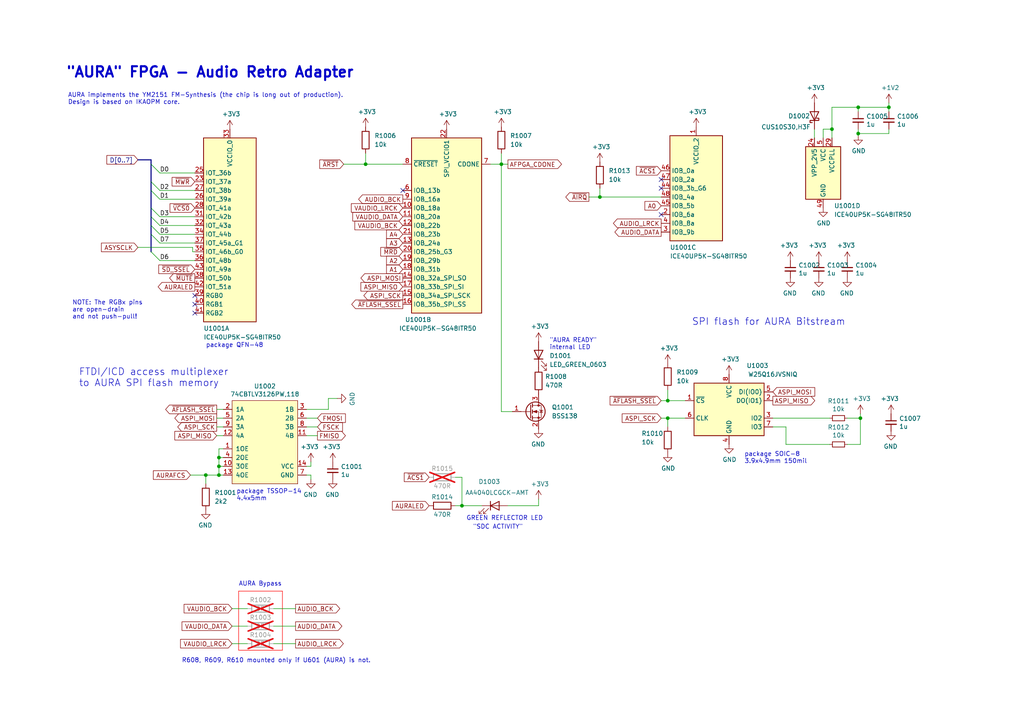
<source format=kicad_sch>
(kicad_sch (version 20230121) (generator eeschema)
  (paper "A4")
  (title_block (title "X65-SBC") (date "2024-02-12") (rev "revB1") (company "FOR X65.EU DESIGNED BY JSYKORA.INFO") (comment 1 "AURA FPGA - OPM Sound Adapter"))
  (lib_symbols
    (symbol "Device:C_Small" (pin_numbers hide) (pin_names (offset 0.254) hide)
      (property "Reference" "C" (at 0.254 1.778 0))
      (property "Value" "C_Small" (at 0.254 -2.032 0))
      (symbol "C_Small_0_1"
        (polyline (pts (xy -1.524 -0.508) (xy 1.524 -0.508)) (stroke (width 0.3302)))
        (polyline (pts (xy -1.524 0.508) (xy 1.524 0.508)) (stroke (width 0.3048)))
      )
      (symbol "C_Small_1_1"
        (pin passive line (at 0 2.54 270) (length 2.032) (name "~") (number "1"))
        (pin passive line (at 0 -2.54 90) (length 2.032) (name "~") (number "2"))
      )
    )
    (symbol "Device:D_Schottky" (pin_numbers hide) (pin_names (offset 1.016) hide)
      (property "Reference" "D" (at 0 2.54 0))
      (property "Value" "D_Schottky" (at 0 -2.54 0))
      (symbol "D_Schottky_0_1"
        (polyline (pts (xy 1.27 0) (xy -1.27 0)))
        (polyline (pts (xy 1.27 1.27) (xy 1.27 -1.27) (xy -1.27 0) (xy 1.27 1.27)) (stroke (width 0.254)))
        (polyline (pts (xy -1.905 0.635) (xy -1.905 1.27) (xy -1.27 1.27) (xy -1.27 -1.27) (xy -0.635 -1.27) (xy -0.635 -0.635)) (stroke (width 0.254)))
      )
      (symbol "D_Schottky_1_1"
        (pin passive line (at -3.81 0 0) (length 2.54) (name "K") (number "1"))
        (pin passive line (at 3.81 0 180) (length 2.54) (name "A") (number "2"))
      )
    )
    (symbol "Device:LED" (pin_numbers hide) (pin_names (offset 1.016) hide)
      (property "Reference" "D" (at 0 2.54 0))
      (property "Value" "LED" (at 0 -2.54 0))
      (symbol "LED_0_1"
        (polyline (pts (xy -1.27 -1.27) (xy -1.27 1.27)) (stroke (width 0.254)))
        (polyline (pts (xy -1.27 0) (xy 1.27 0)))
        (polyline (pts (xy 1.27 -1.27) (xy 1.27 1.27) (xy -1.27 0) (xy 1.27 -1.27)) (stroke (width 0.254)))
        (polyline (pts (xy -3.048 -0.762) (xy -4.572 -2.286) (xy -3.81 -2.286) (xy -4.572 -2.286) (xy -4.572 -1.524)))
        (polyline (pts (xy -1.778 -0.762) (xy -3.302 -2.286) (xy -2.54 -2.286) (xy -3.302 -2.286) (xy -3.302 -1.524)))
      )
      (symbol "LED_1_1"
        (pin passive line (at -3.81 0 0) (length 2.54) (name "K") (number "1"))
        (pin passive line (at 3.81 0 180) (length 2.54) (name "A") (number "2"))
      )
    )
    (symbol "Device:R" (pin_numbers hide) (pin_names (offset 0))
      (property "Reference" "R" (at 2.032 0 90))
      (property "Value" "R" (at 0 0 90))
      (symbol "R_0_1"
        (rectangle (start -1.016 -2.54) (end 1.016 2.54) (stroke (width 0.254)))
      )
      (symbol "R_1_1"
        (pin passive line (at 0 3.81 270) (length 1.27) (name "~") (number "1"))
        (pin passive line (at 0 -3.81 90) (length 1.27) (name "~") (number "2"))
      )
    )
    (symbol "Device:R_Small" (pin_numbers hide) (pin_names (offset 0.254) hide)
      (property "Reference" "R" (at 0.762 0.508 0))
      (property "Value" "R_Small" (at 0.762 -1.016 0))
      (symbol "R_Small_0_1"
        (rectangle (start -0.762 1.778) (end 0.762 -1.778) (stroke (width 0.2032)))
      )
      (symbol "R_Small_1_1"
        (pin passive line (at 0 2.54 270) (length 0.762) (name "~") (number "1"))
        (pin passive line (at 0 -2.54 90) (length 0.762) (name "~") (number "2"))
      )
    )
    (symbol "FPGA_Lattice:ICE5LP1K-SG48"
      (property "Reference" "U" (at -8.89 -29.21 0))
      (property "Value" "ICE5LP1K-SG48" (at 0 -31.75 0))
      (symbol "ICE5LP1K-SG48_1_1"
        (rectangle (start -7.62 25.4) (end 7.62 -27.94) (stroke (width 0.254)) (fill (type background)))
        (pin bidirectional line (at -10.16 12.7 0) (length 2.54) (name "IOT_37a") (number "23"))
        (pin bidirectional line (at -10.16 15.24 0) (length 2.54) (name "IOT_36b") (number "25"))
        (pin bidirectional line (at -10.16 7.62 0) (length 2.54) (name "IOT_39a") (number "26"))
        (pin bidirectional line (at -10.16 10.16 0) (length 2.54) (name "IOT_38b") (number "27"))
        (pin bidirectional line (at -10.16 5.08 0) (length 2.54) (name "IOT_41a") (number "28"))
        (pin bidirectional line (at -10.16 2.54 0) (length 2.54) (name "IOT_42b") (number "31"))
        (pin bidirectional line (at -10.16 0 0) (length 2.54) (name "IOT_43a") (number "32"))
        (pin power_in line (at 0 27.94 270) (length 2.54) (name "VCCIO_0") (number "33"))
        (pin bidirectional line (at -10.16 -2.54 0) (length 2.54) (name "IOT_44b") (number "34"))
        (pin bidirectional line (at -10.16 -7.62 0) (length 2.54) (name "IOT_46b_G0") (number "35"))
        (pin bidirectional line (at -10.16 -10.16 0) (length 2.54) (name "IOT_48b") (number "36"))
        (pin bidirectional line (at -10.16 -5.08 0) (length 2.54) (name "IOT_45a_G1") (number "37"))
        (pin bidirectional line (at -10.16 -15.24 0) (length 2.54) (name "IOT_50b") (number "38"))
        (pin open_collector line (at -10.16 -20.32 0) (length 2.54) (name "RGB0") (number "39"))
        (pin open_collector line (at -10.16 -22.86 0) (length 2.54) (name "RGB1") (number "40"))
        (pin open_collector line (at -10.16 -25.4 0) (length 2.54) (name "RGB2") (number "41"))
        (pin bidirectional line (at -10.16 -17.78 0) (length 2.54) (name "IOT_51a") (number "42"))
        (pin bidirectional line (at -10.16 -12.7 0) (length 2.54) (name "IOT_49a") (number "43"))
      )
      (symbol "ICE5LP1K-SG48_2_1"
        (rectangle (start -10.16 25.4) (end 10.16 -25.4) (stroke (width 0.254)) (fill (type background)))
        (pin bidirectional line (at -12.7 5.08 0) (length 2.54) (name "IOB_18a") (number "10"))
        (pin bidirectional line (at -12.7 2.54 0) (length 2.54) (name "IOB_20a") (number "11"))
        (pin bidirectional line (at -12.7 0 0) (length 2.54) (name "IOB_22b") (number "12"))
        (pin bidirectional line (at -12.7 -5.08 0) (length 2.54) (name "IOB_24a") (number "13"))
        (pin bidirectional line (at -12.7 -15.24 0) (length 2.54) (name "IOB_32a_SPI_SO") (number "14"))
        (pin bidirectional line (at -12.7 -20.32 0) (length 2.54) (name "IOB_34a_SPI_SCK") (number "15"))
        (pin bidirectional line (at -12.7 -22.86 0) (length 2.54) (name "IOB_35b_SPI_SS") (number "16"))
        (pin bidirectional line (at -12.7 -17.78 0) (length 2.54) (name "IOB_33b_SPI_SI") (number "17"))
        (pin bidirectional line (at -12.7 -12.7 0) (length 2.54) (name "IOB_31b") (number "18"))
        (pin bidirectional line (at -12.7 -10.16 0) (length 2.54) (name "IOB_29b") (number "19"))
        (pin bidirectional line (at -12.7 -7.62 0) (length 2.54) (name "IOB_25b_G3") (number "20"))
        (pin bidirectional line (at -12.7 -2.54 0) (length 2.54) (name "IOB_23b") (number "21"))
        (pin power_in line (at 0 27.94 270) (length 2.54) (name "SPI_VCCIO1") (number "22"))
        (pin bidirectional line (at -12.7 10.16 0) (length 2.54) (name "IOB_13b") (number "6"))
        (pin open_collector line (at 12.7 17.78 180) (length 2.54) (name "CDONE") (number "7"))
        (pin input line (at -12.7 17.78 0) (length 2.54) (name "~{CRESET}") (number "8"))
        (pin bidirectional line (at -12.7 7.62 0) (length 2.54) (name "IOB_16a") (number "9"))
      )
      (symbol "ICE5LP1K-SG48_3_1"
        (rectangle (start -7.62 15.24) (end 7.62 -15.24) (stroke (width 0.254)) (fill (type background)))
        (pin power_in line (at 0 17.78 270) (length 2.54) (name "VCCIO_2") (number "1"))
        (pin bidirectional line (at -10.16 -7.62 0) (length 2.54) (name "IOB_6a") (number "2"))
        (pin bidirectional line (at -10.16 -12.7 0) (length 2.54) (name "IOB_9b") (number "3"))
        (pin bidirectional line (at -10.16 -10.16 0) (length 2.54) (name "IOB_8a") (number "4"))
        (pin bidirectional line (at -10.16 0 0) (length 2.54) (name "IOB_3b_G6") (number "44"))
        (pin bidirectional line (at -10.16 -5.08 0) (length 2.54) (name "IOB_5b") (number "45"))
        (pin bidirectional line (at -10.16 5.08 0) (length 2.54) (name "IOB_0a") (number "46"))
        (pin bidirectional line (at -10.16 2.54 0) (length 2.54) (name "IOB_2a") (number "47"))
        (pin bidirectional line (at -10.16 -2.54 0) (length 2.54) (name "IOB_4a") (number "48"))
      )
      (symbol "ICE5LP1K-SG48_4_1"
        (rectangle (start -5.08 7.62) (end 5.08 -7.62) (stroke (width 0.254)) (fill (type background)))
        (pin power_in line (at -2.54 10.16 270) (length 2.54) (name "VPP_2V5") (number "24"))
        (pin power_out line (at 2.54 10.16 270) (length 2.54) (name "VCCPLL") (number "29"))
        (pin passive line (at 0 10.16 270) (length 2.54) hide (name "VCC") (number "30"))
        (pin power_in line (at 0 -10.16 90) (length 2.54) (name "GND") (number "49"))
        (pin power_in line (at 0 10.16 270) (length 2.54) (name "VCC") (number "5"))
      )
    )
    (symbol "Memory_Flash:W25Q32JVSS"
      (property "Reference" "U" (at -8.89 8.89 0))
      (property "Value" "W25Q32JVSS" (at 7.62 8.89 0))
      (symbol "W25Q32JVSS_0_1"
        (rectangle (start -10.16 7.62) (end 10.16 -7.62) (stroke (width 0.254)) (fill (type background)))
      )
      (symbol "W25Q32JVSS_1_1"
        (pin input line (at -12.7 2.54 0) (length 2.54) (name "~{CS}") (number "1"))
        (pin bidirectional line (at 12.7 2.54 180) (length 2.54) (name "DO(IO1)") (number "2"))
        (pin bidirectional line (at 12.7 -2.54 180) (length 2.54) (name "IO2") (number "3"))
        (pin power_in line (at 0 -10.16 90) (length 2.54) (name "GND") (number "4"))
        (pin bidirectional line (at 12.7 5.08 180) (length 2.54) (name "DI(IO0)") (number "5"))
        (pin input line (at -12.7 -2.54 0) (length 2.54) (name "CLK") (number "6"))
        (pin bidirectional line (at 12.7 -5.08 180) (length 2.54) (name "IO3") (number "7"))
        (pin power_in line (at 0 10.16 270) (length 2.54) (name "VCC") (number "8"))
      )
    )
    (symbol "Transistor_FET:BSS123" (pin_names hide)
      (property "Reference" "Q" (at 5.08 1.905 0))
      (property "Value" "BSS123" (at 5.08 0 0))
      (symbol "BSS123_0_1"
        (polyline (pts (xy 0.254 0) (xy -2.54 0)))
        (polyline (pts (xy 0.254 1.905) (xy 0.254 -1.905)) (stroke (width 0.254)))
        (polyline (pts (xy 0.762 -1.27) (xy 0.762 -2.286)) (stroke (width 0.254)))
        (polyline (pts (xy 0.762 0.508) (xy 0.762 -0.508)) (stroke (width 0.254)))
        (polyline (pts (xy 0.762 2.286) (xy 0.762 1.27)) (stroke (width 0.254)))
        (polyline (pts (xy 2.54 2.54) (xy 2.54 1.778)))
        (polyline (pts (xy 2.54 -2.54) (xy 2.54 0) (xy 0.762 0)))
        (polyline (pts (xy 0.762 -1.778) (xy 3.302 -1.778) (xy 3.302 1.778) (xy 0.762 1.778)))
        (polyline (pts (xy 1.016 0) (xy 2.032 0.381) (xy 2.032 -0.381) (xy 1.016 0)) (fill (type outline)))
        (polyline (pts (xy 2.794 0.508) (xy 2.921 0.381) (xy 3.683 0.381) (xy 3.81 0.254)))
        (polyline (pts (xy 3.302 0.381) (xy 2.921 -0.254) (xy 3.683 -0.254) (xy 3.302 0.381)))
        (circle (center 1.651 0) (radius 2.794) (stroke (width 0.254)))
        (circle (center 2.54 -1.778) (radius 0.254) (fill (type outline)))
        (circle (center 2.54 1.778) (radius 0.254) (fill (type outline)))
      )
      (symbol "BSS123_1_1"
        (pin input line (at -5.08 0 0) (length 2.54) (name "G") (number "1"))
        (pin passive line (at 2.54 -5.08 90) (length 2.54) (name "S") (number "2"))
        (pin passive line (at 2.54 5.08 270) (length 2.54) (name "D") (number "3"))
      )
    )
    (symbol "power:+1V2" (power) (pin_names (offset 0))
      (property "Value" "+1V2" (at 0 3.556 0))
      (symbol "+1V2_0_1"
        (polyline (pts (xy -0.762 1.27) (xy 0 2.54)))
        (polyline (pts (xy 0 0) (xy 0 2.54)))
        (polyline (pts (xy 0 2.54) (xy 0.762 1.27)))
      )
      (symbol "+1V2_1_1"
        (pin power_in line (at 0 0 90) (length 0) hide (name "+1V2") (number "1"))
      )
    )
    (symbol "power:+3V3" (power) (pin_names (offset 0))
      (property "Value" "+3V3" (at 0 3.556 0))
      (symbol "+3V3_0_1"
        (polyline (pts (xy -0.762 1.27) (xy 0 2.54)))
        (polyline (pts (xy 0 0) (xy 0 2.54)))
        (polyline (pts (xy 0 2.54) (xy 0.762 1.27)))
      )
      (symbol "+3V3_1_1"
        (pin power_in line (at 0 0 90) (length 0) hide (name "+3V3") (number "1"))
      )
    )
    (symbol "power:GND" (power) (pin_names (offset 0))
      (property "Value" "GND" (at 0 -3.81 0))
      (symbol "GND_0_1"
        (polyline (pts (xy 0 0) (xy 0 -1.27) (xy 1.27 -1.27) (xy 0 -2.54) (xy -1.27 -1.27) (xy 0 -1.27)))
      )
      (symbol "GND_1_1"
        (pin power_in line (at 0 0 270) (length 0) hide (name "GND") (number "1"))
      )
    )
    (symbol "vera-module:74CBTLV3126PW,118" (pin_names (offset 1.016))
      (property "Reference" "U" (at 1.27 1.27 0))
      (property "Value" "74CBTLV3126PW,118" (at 7.62 -25.4 0))
      (symbol "74CBTLV3126PW,118_0_1"
        (rectangle (start 0 0) (end 19.05 -24.13) (fill (type background)))
      )
      (symbol "74CBTLV3126PW,118_1_1"
        (pin input line (at -2.54 -13.97 0) (length 2.54) (name "1OE") (number "1"))
        (pin input line (at -2.54 -19.05 0) (length 2.54) (name "3OE") (number "10"))
        (pin bidirectional line (at 21.59 -10.16 180) (length 2.54) (name "4B") (number "11"))
        (pin bidirectional line (at -2.54 -10.16 0) (length 2.54) (name "4A") (number "12"))
        (pin input line (at -2.54 -21.59 0) (length 2.54) (name "4OE") (number "13"))
        (pin power_in line (at 21.59 -19.05 180) (length 2.54) (name "VCC") (number "14"))
        (pin bidirectional line (at -2.54 -2.54 0) (length 2.54) (name "1A") (number "2"))
        (pin bidirectional line (at 21.59 -2.54 180) (length 2.54) (name "1B") (number "3"))
        (pin input line (at -2.54 -16.51 0) (length 2.54) (name "2OE") (number "4"))
        (pin bidirectional line (at -2.54 -5.08 0) (length 2.54) (name "2A") (number "5"))
        (pin bidirectional line (at 21.59 -5.08 180) (length 2.54) (name "2B") (number "6"))
        (pin power_in line (at 21.59 -21.59 180) (length 2.54) (name "GND") (number "7"))
        (pin bidirectional line (at 21.59 -7.62 180) (length 2.54) (name "3B") (number "8"))
        (pin bidirectional line (at -2.54 -7.62 0) (length 2.54) (name "3A") (number "9"))
      )
    )
  )
  (junction (at 59.69 137.795))
  (junction (at 63.5 137.795))
  (junction (at 248.92 38.735))
  (junction (at 63.5 132.715))
  (junction (at 133.985 146.685))
  (junction (at 193.675 121.285))
  (junction (at 106.045 47.625))
  (junction (at 63.5 135.255))
  (junction (at 248.92 31.115))
  (junction (at 241.3 37.465))
  (junction (at 257.81 31.115))
  (junction (at 173.99 57.15))
  (junction (at 193.675 116.205))
  (junction (at 249.555 121.285))
  (junction (at 145.415 47.625))
  (no_connect (at 56.515 90.805))
  (no_connect (at 191.77 62.23))
  (no_connect (at 191.77 54.61))
  (no_connect (at 56.515 88.265))
  (no_connect (at 191.77 52.07))
  (no_connect (at 56.515 85.725))
  (no_connect (at 116.84 55.245))
  (bus_entry (at 43.815 65.405) (size 2.54 2.54))
  (bus_entry (at 43.815 52.705) (size 2.54 2.54))
  (bus_entry (at 43.815 67.945) (size 2.54 2.54))
  (bus_entry (at 43.815 55.245) (size 2.54 2.54))
  (bus_entry (at 43.815 73.025) (size 2.54 2.54))
  (bus_entry (at 43.815 62.865) (size 2.54 2.54))
  (bus_entry (at 43.815 60.325) (size 2.54 2.54))
  (bus_entry (at 43.815 47.625) (size 2.54 2.54))
  (bus (pts (xy 43.815 47.625) (xy 43.815 52.705)))
  (wire (pts (xy 133.985 146.685) (xy 139.7 146.685)))
  (wire (pts (xy 173.99 57.15) (xy 191.77 57.15)))
  (wire (pts (xy 245.745 128.905) (xy 249.555 128.905)))
  (wire (pts (xy 46.355 62.865) (xy 56.515 62.865)))
  (wire (pts (xy 92.075 121.285) (xy 88.9 121.285)))
  (wire (pts (xy 63.5 137.795) (xy 64.77 137.795)))
  (wire (pts (xy 106.045 44.45) (xy 106.045 47.625)))
  (wire (pts (xy 79.375 176.53) (xy 85.725 176.53)))
  (wire (pts (xy 238.76 40.005) (xy 238.76 37.465)))
  (polyline (pts (xy 69.215 171.45) (xy 81.915 171.45)) (stroke (width 0) (color 255 0 0 1)))
  (wire (pts (xy 193.675 113.03) (xy 193.675 116.205)))
  (wire (pts (xy 241.3 37.465) (xy 241.3 31.115)))
  (wire (pts (xy 249.555 128.905) (xy 249.555 121.285)))
  (wire (pts (xy 79.375 186.69) (xy 85.725 186.69)))
  (polyline (pts (xy 69.215 171.45) (xy 69.215 188.595)) (stroke (width 0) (color 255 0 0 1)))
  (wire (pts (xy 46.355 65.405) (xy 56.515 65.405)))
  (wire (pts (xy 257.81 38.735) (xy 257.81 37.465)))
  (wire (pts (xy 62.865 126.365) (xy 64.77 126.365)))
  (wire (pts (xy 90.17 137.795) (xy 90.17 139.065)))
  (wire (pts (xy 238.76 37.465) (xy 241.3 37.465)))
  (wire (pts (xy 88.9 135.255) (xy 90.17 135.255)))
  (wire (pts (xy 46.355 50.165) (xy 56.515 50.165)))
  (wire (pts (xy 46.355 57.785) (xy 56.515 57.785)))
  (wire (pts (xy 193.675 121.285) (xy 193.675 123.825)))
  (wire (pts (xy 193.675 116.205) (xy 198.755 116.205)))
  (wire (pts (xy 64.77 132.715) (xy 63.5 132.715)))
  (wire (pts (xy 191.77 121.285) (xy 193.675 121.285)))
  (wire (pts (xy 88.9 123.825) (xy 92.075 123.825)))
  (wire (pts (xy 249.555 121.285) (xy 249.555 120.015)))
  (wire (pts (xy 145.415 44.45) (xy 145.415 47.625)))
  (bus (pts (xy 43.815 65.405) (xy 43.815 67.945)))
  (wire (pts (xy 240.665 128.905) (xy 227.965 128.905)))
  (bus (pts (xy 43.815 52.705) (xy 43.815 55.245)))
  (polyline (pts (xy 81.915 171.45) (xy 81.915 188.595)) (stroke (width 0) (color 255 0 0 1)))
  (wire (pts (xy 236.22 37.465) (xy 236.22 40.005)))
  (wire (pts (xy 63.5 135.255) (xy 63.5 137.795)))
  (bus (pts (xy 43.815 60.325) (xy 43.815 62.865)))
  (wire (pts (xy 116.84 47.625) (xy 106.045 47.625)))
  (wire (pts (xy 193.675 121.285) (xy 198.755 121.285)))
  (wire (pts (xy 170.815 57.15) (xy 173.99 57.15)))
  (wire (pts (xy 88.9 137.795) (xy 90.17 137.795)))
  (bus (pts (xy 43.815 62.865) (xy 43.815 65.405)))
  (wire (pts (xy 224.155 123.825) (xy 227.965 123.825)))
  (wire (pts (xy 156.21 144.78) (xy 156.21 146.685)))
  (wire (pts (xy 145.415 47.625) (xy 147.32 47.625)))
  (wire (pts (xy 248.92 38.735) (xy 248.92 39.37)))
  (wire (pts (xy 67.31 186.69) (xy 71.755 186.69)))
  (wire (pts (xy 95.25 118.745) (xy 88.9 118.745)))
  (wire (pts (xy 95.25 115.57) (xy 95.25 118.745)))
  (bus (pts (xy 43.815 55.245) (xy 43.815 60.325)))
  (wire (pts (xy 90.17 135.255) (xy 90.17 133.985)))
  (wire (pts (xy 142.24 47.625) (xy 145.415 47.625)))
  (wire (pts (xy 62.865 118.745) (xy 64.77 118.745)))
  (wire (pts (xy 227.965 128.905) (xy 227.965 123.825)))
  (wire (pts (xy 46.355 67.945) (xy 56.515 67.945)))
  (wire (pts (xy 46.355 75.565) (xy 56.515 75.565)))
  (wire (pts (xy 62.865 121.285) (xy 64.77 121.285)))
  (wire (pts (xy 241.3 31.115) (xy 248.92 31.115)))
  (wire (pts (xy 248.92 38.735) (xy 257.81 38.735)))
  (wire (pts (xy 63.5 130.175) (xy 63.5 132.715)))
  (wire (pts (xy 147.32 146.685) (xy 156.21 146.685)))
  (wire (pts (xy 145.415 119.38) (xy 148.59 119.38)))
  (wire (pts (xy 249.555 121.285) (xy 245.745 121.285)))
  (wire (pts (xy 79.375 181.61) (xy 85.725 181.61)))
  (polyline (pts (xy 81.915 188.595) (xy 69.215 188.595)) (stroke (width 0) (color 255 0 0 1)))
  (bus (pts (xy 43.815 67.945) (xy 43.815 73.025)))
  (wire (pts (xy 63.5 132.715) (xy 63.5 135.255)))
  (wire (pts (xy 62.865 123.825) (xy 64.77 123.825)))
  (wire (pts (xy 59.69 140.335) (xy 59.69 137.795)))
  (wire (pts (xy 173.99 54.61) (xy 173.99 57.15)))
  (wire (pts (xy 46.355 55.245) (xy 56.515 55.245)))
  (bus (pts (xy 43.815 46.355) (xy 43.815 47.625)))
  (wire (pts (xy 55.245 137.795) (xy 59.69 137.795)))
  (wire (pts (xy 55.88 71.755) (xy 55.88 73.025)))
  (wire (pts (xy 145.415 47.625) (xy 145.415 119.38)))
  (wire (pts (xy 97.79 115.57) (xy 95.25 115.57)))
  (wire (pts (xy 132.08 146.685) (xy 133.985 146.685)))
  (wire (pts (xy 257.81 31.115) (xy 248.92 31.115)))
  (wire (pts (xy 191.77 116.205) (xy 193.675 116.205)))
  (wire (pts (xy 99.695 47.625) (xy 106.045 47.625)))
  (wire (pts (xy 241.3 37.465) (xy 241.3 40.005)))
  (wire (pts (xy 133.985 138.43) (xy 133.985 146.685)))
  (bus (pts (xy 40.005 46.355) (xy 43.815 46.355)))
  (wire (pts (xy 46.355 70.485) (xy 56.515 70.485)))
  (wire (pts (xy 55.88 73.025) (xy 56.515 73.025)))
  (wire (pts (xy 257.81 31.115) (xy 257.81 32.385)))
  (wire (pts (xy 88.9 126.365) (xy 92.075 126.365)))
  (wire (pts (xy 67.31 176.53) (xy 71.755 176.53)))
  (wire (pts (xy 64.77 130.175) (xy 63.5 130.175)))
  (wire (pts (xy 248.92 37.465) (xy 248.92 38.735)))
  (wire (pts (xy 132.08 138.43) (xy 133.985 138.43)))
  (wire (pts (xy 67.31 181.61) (xy 71.755 181.61)))
  (wire (pts (xy 257.81 29.845) (xy 257.81 31.115)))
  (wire (pts (xy 40.005 71.755) (xy 55.88 71.755)))
  (wire (pts (xy 59.69 137.795) (xy 63.5 137.795)))
  (wire (pts (xy 224.155 121.285) (xy 240.665 121.285)))
  (wire (pts (xy 248.92 31.115) (xy 248.92 32.385)))
  (wire (pts (xy 64.77 135.255) (xy 63.5 135.255)))
  (text "R608, R609, R610 mounted only if U601 (AURA) is not." (at 52.705 192.405 0) (effects (font (size 1.27 1.27)) (justify left bottom)))
  (text "package TSSOP-14\n4.4x5mm\n" (at 68.58 145.415 0) (effects (font (size 1.27 1.27)) (justify left bottom)))
  (text "\"AURA\" FPGA - Audio Retro Adapter" (at 19.05 22.86 0) (effects (font (size 3 3) (thickness 0.6) bold) (justify left bottom)))
  (text "GREEN REFLECTOR LED" (at 135.255 151.13 0) (effects (font (size 1.27 1.27)) (justify left bottom)))
  (text "FTDI/ICD access multiplexer \nto AURA SPI flash memory " (at 22.86 112.395 0) (effects (font (size 2 2)) (justify left bottom)))
  (text "SPI flash for AURA Bitstream" (at 200.66 94.615 0) (effects (font (size 2 2)) (justify left bottom)))
  (text "package QFN-48" (at 59.69 100.965 0) (effects (font (size 1.27 1.27)) (justify left bottom)))
  (text "\"SDC ACTIVITY\"" (at 137.16 153.67 0) (effects (font (size 1.27 1.27)) (justify left bottom)))
  (text "AURA Bypass" (at 69.215 170.18 0) (effects (font (size 1.27 1.27)) (justify left bottom)))
  (text "NOTE: The RGBx pins\nare open-drain \nand not push-pull!" (at 20.955 92.71 0) (effects (font (size 1.27 1.27)) (justify left bottom)))
  (text "package SOIC-8\n3.9x4.9mm 150mil" (at 215.9 134.62 0) (effects (font (size 1.27 1.27)) (justify left bottom)))
  (text "\"AURA READY\"\ninternal LED" (at 159.385 101.6 0) (effects (font (size 1.27 1.27)) (justify left bottom)))
  (text "AURA implements the YM2151 FM-Synthesis (the chip is long out of production).\nDesign is based on IKAOPM core." (at 19.685 30.48 0) (effects (font (size 1.27 1.27)) (justify left bottom)))
  (label "D1" (at 46.355 57.785 0))
  (label "D7" (at 46.355 70.485 0))
  (label "D3" (at 46.355 62.865 0))
  (label "D5" (at 46.355 67.945 0))
  (label "D0" (at 46.355 50.165 0))
  (label "D4" (at 46.355 65.405 0))
  (label "D6" (at 46.355 75.565 0))
  (label "D2" (at 46.355 55.245 0))
  (global_label "VAUDIO_BCK" (shape input) (at 67.31 176.53 180) (property "Intersheetrefs" "${INTERSHEET_REFS}" (effects hide)))
  (global_label "~{AFLASH_SSEL}" (shape output) (at 62.865 118.745 180) (property "Intersheetrefs" "${INTERSHEET_REFS}" (effects hide)))
  (global_label "~{AFLASH_SSEL}" (shape input) (at 191.77 116.205 180) (property "Intersheetrefs" "${INTERSHEET_REFS}" (effects hide)))
  (global_label "AUDIO_DATA" (shape output) (at 85.725 181.61 0) (property "Intersheetrefs" "${INTERSHEET_REFS}" (effects hide)))
  (global_label "AFPGA_CDONE" (shape output) (at 147.32 47.625 0) (property "Intersheetrefs" "${INTERSHEET_REFS}" (effects hide)) (property "Reference mezi listy" "${INTERSHEET_REFS}" (effects hide)))
  (global_label "ASPI_SCK" (shape output) (at 62.865 123.825 180) (property "Intersheetrefs" "${INTERSHEET_REFS}" (effects hide)))
  (global_label "D[0..7]" (shape input) (at 40.005 46.355 180) (property "Intersheetrefs" "${INTERSHEET_REFS}" (effects hide)))
  (global_label "~{VCS0}" (shape input) (at 56.515 60.325 180) (property "Intersheetrefs" "${INTERSHEET_REFS}" (effects hide)))
  (global_label "AUDIO_LRCK" (shape output) (at 85.725 186.69 0) (property "Intersheetrefs" "${INTERSHEET_REFS}" (effects hide)))
  (global_label "VAUDIO_LRCK" (shape input) (at 116.84 60.325 180) (property "Intersheetrefs" "${INTERSHEET_REFS}" (effects hide)))
  (global_label "AUDIO_BCK" (shape output) (at 85.725 176.53 0) (property "Intersheetrefs" "${INTERSHEET_REFS}" (effects hide)))
  (global_label "A2" (shape input) (at 116.84 75.565 180) (property "Intersheetrefs" "${INTERSHEET_REFS}" (effects hide)))
  (global_label "~{AIRQ}" (shape output) (at 170.815 57.15 180) (property "Intersheetrefs" "${INTERSHEET_REFS}" (effects hide)))
  (global_label "AURALED" (shape output) (at 56.515 83.185 180) (property "Intersheetrefs" "${INTERSHEET_REFS}" (effects hide)))
  (global_label "A0" (shape input) (at 191.77 59.69 180) (property "Intersheetrefs" "${INTERSHEET_REFS}" (effects hide)))
  (global_label "AURALED" (shape input) (at 124.46 146.685 180) (property "Intersheetrefs" "${INTERSHEET_REFS}" (effects hide)))
  (global_label "ASYSCLK" (shape input) (at 40.005 71.755 180) (property "Intersheetrefs" "${INTERSHEET_REFS}" (effects hide)))
  (global_label "ASPI_MISO" (shape input) (at 116.84 83.185 180) (property "Intersheetrefs" "${INTERSHEET_REFS}" (effects hide)))
  (global_label "ASPI_MOSI" (shape output) (at 116.84 80.645 180) (property "Intersheetrefs" "${INTERSHEET_REFS}" (effects hide)))
  (global_label "ASPI_SCK" (shape output) (at 116.84 85.725 180) (property "Intersheetrefs" "${INTERSHEET_REFS}" (effects hide)))
  (global_label "ASPI_MISO" (shape input) (at 62.865 126.365 180) (property "Intersheetrefs" "${INTERSHEET_REFS}" (effects hide)))
  (global_label "ASPI_MOSI" (shape output) (at 62.865 121.285 180) (property "Intersheetrefs" "${INTERSHEET_REFS}" (effects hide)))
  (global_label "VAUDIO_DATA" (shape input) (at 116.84 62.865 180) (property "Intersheetrefs" "${INTERSHEET_REFS}" (effects hide)))
  (global_label "VAUDIO_DATA" (shape input) (at 67.31 181.61 180) (property "Intersheetrefs" "${INTERSHEET_REFS}" (effects hide)))
  (global_label "~{ARST}" (shape input) (at 99.695 47.625 180) (property "Intersheetrefs" "${INTERSHEET_REFS}" (effects hide)))
  (global_label "~{MUTE}" (shape output) (at 56.515 80.645 180) (property "Intersheetrefs" "${INTERSHEET_REFS}" (effects hide)))
  (global_label "AUDIO_BCK" (shape output) (at 116.84 57.785 180) (property "Intersheetrefs" "${INTERSHEET_REFS}" (effects hide)))
  (global_label "FSCK" (shape input) (at 92.075 123.825 0) (property "Intersheetrefs" "${INTERSHEET_REFS}" (effects hide)))
  (global_label "AURAFCS" (shape input) (at 55.245 137.795 180) (property "Intersheetrefs" "${INTERSHEET_REFS}" (effects hide)))
  (global_label "A4" (shape input) (at 116.84 67.945 180) (property "Intersheetrefs" "${INTERSHEET_REFS}" (effects hide)))
  (global_label "~{MWR}" (shape input) (at 56.515 52.705 180) (property "Intersheetrefs" "${INTERSHEET_REFS}" (effects hide)))
  (global_label "AUDIO_LRCK" (shape output) (at 191.77 64.77 180) (property "Intersheetrefs" "${INTERSHEET_REFS}" (effects hide)))
  (global_label "VAUDIO_LRCK" (shape input) (at 67.31 186.69 180) (property "Intersheetrefs" "${INTERSHEET_REFS}" (effects hide)))
  (global_label "FMOSI" (shape input) (at 92.075 121.285 0) (property "Intersheetrefs" "${INTERSHEET_REFS}" (effects hide)))
  (global_label "VAUDIO_BCK" (shape input) (at 116.84 65.405 180) (property "Intersheetrefs" "${INTERSHEET_REFS}" (effects hide)))
  (global_label "AUDIO_DATA" (shape output) (at 191.77 67.31 180) (property "Intersheetrefs" "${INTERSHEET_REFS}" (effects hide)))
  (global_label "~{ACS1}" (shape input) (at 191.77 49.53 180) (property "Intersheetrefs" "${INTERSHEET_REFS}" (effects hide)))
  (global_label "A3" (shape input) (at 116.84 70.485 180) (property "Intersheetrefs" "${INTERSHEET_REFS}" (effects hide)))
  (global_label "~{MRD}" (shape input) (at 116.84 73.025 180) (property "Intersheetrefs" "${INTERSHEET_REFS}" (effects hide)))
  (global_label "ASPI_SCK" (shape input) (at 191.77 121.285 180) (property "Intersheetrefs" "${INTERSHEET_REFS}" (effects hide)))
  (global_label "ASPI_MOSI" (shape input) (at 224.155 113.665 0) (property "Intersheetrefs" "${INTERSHEET_REFS}" (effects hide)))
  (global_label "~{SD_SSEL}" (shape input) (at 56.515 78.105 180) (property "Intersheetrefs" "${INTERSHEET_REFS}" (effects hide)))
  (global_label "FMISO" (shape output) (at 92.075 126.365 0) (property "Intersheetrefs" "${INTERSHEET_REFS}" (effects hide)))
  (global_label "A1" (shape input) (at 116.84 78.105 180) (property "Intersheetrefs" "${INTERSHEET_REFS}" (effects hide)))
  (global_label "~{AFLASH_SSEL}" (shape output) (at 116.84 88.265 180) (property "Intersheetrefs" "${INTERSHEET_REFS}" (effects hide)))
  (global_label "ASPI_MISO" (shape output) (at 224.155 116.205 0) (property "Intersheetrefs" "${INTERSHEET_REFS}" (effects hide)))
  (global_label "~{ACS1}" (shape input) (at 124.46 138.43 180) (property "Intersheetrefs" "${INTERSHEET_REFS}" (effects hide)))
  (symbol (lib_id "Device:C_Small") (at 237.49 78.105 0) (unit 1)
    (property "Reference" "C1003" (at 239.8268 76.9366 0) (effects (justify left)))
    (property "Value" "1u" (at 239.8268 79.248 0) (effects (justify left)))
    (property "Footprint" "Capacitor_SMD:C_0603_1608Metric_Pad1.08x0.95mm_HandSolder" (effects hide))
    (instances (project "x65-sbc-revB1" (path "" (reference "C1003") (unit 1))) (project "openX65-vabo" (path "" (reference "C607") (unit 1))))
  )
  (symbol (lib_id "power:GND") (at 229.235 80.645 0) (mirror y) (unit 1)
    (property "Reference" "#PWR01019" (effects hide))
    (property "Value" "GND" (at 229.108 85.0392 0))
    (instances (project "x65-sbc-revB1" (path "" (reference "#PWR01019") (unit 1))) (project "openX65-vabo" (path "" (reference "#PWR0623") (unit 1))))
  )
  (symbol (lib_id "power:GND") (at 90.17 139.065 0) (mirror y) (unit 1)
    (property "Reference" "#PWR01004" (effects hide))
    (property "Value" "GND" (at 90.043 143.4592 0))
    (instances (project "x65-sbc-revB1" (path "" (reference "#PWR01004") (unit 1))) (project "openX65-vabo" (path "" (reference "#PWR0604") (unit 1))))
  )
  (symbol (lib_id "power:+3V3") (at 156.21 99.06 0) (unit 1)
    (property "Reference" "#PWR01011" (effects hide))
    (property "Value" "+3V3" (at 156.591 94.6658 0))
    (instances (project "x65-sbc-revB1" (path "" (reference "#PWR01011") (unit 1))) (project "openX65-vabo" (path "" (reference "#PWR0632") (unit 1))))
  )
  (symbol (lib_id "power:+3V3") (at 193.675 105.41 0) (unit 1)
    (property "Reference" "#PWR01013" (effects hide))
    (property "Value" "+3V3" (at 194.056 101.0158 0))
    (instances (project "x65-sbc-revB1" (path "" (reference "#PWR01013") (unit 1))) (project "openX65-vabo" (path "" (reference "#PWR0617") (unit 1))))
  )
  (symbol (lib_id "Device:R_Small") (at 243.205 128.905 270) (unit 1)
    (property "Reference" "R1012" (at 243.205 123.9266 90))
    (property "Value" "10k" (at 243.205 126.238 90))
    (property "Footprint" "Resistor_SMD:R_0603_1608Metric_Pad0.98x0.95mm_HandSolder" (effects hide))
    (instances (project "x65-sbc-revB1" (path "" (reference "R1012") (unit 1))) (project "openX65-vabo" (path "" (reference "R603") (unit 1))))
  )
  (symbol (lib_id "power:+3V3") (at 173.99 46.99 0) (unit 1)
    (property "Reference" "#PWR01031" (effects hide))
    (property "Value" "+3V3" (at 174.371 42.5958 0))
    (instances (project "x65-sbc-revB1" (path "" (reference "#PWR01031") (unit 1))) (project "openX65-vabo" (path "" (reference "#PWR0616") (unit 1))))
  )
  (symbol (lib_id "FPGA_Lattice:ICE5LP1K-SG48") (at 238.76 50.165 0) (unit 4)
    (property "Reference" "U1001" (at 241.935 59.69 0) (effects (justify left)))
    (property "Value" "ICE40UP5K-SG48ITR50" (at 241.935 62.23 0) (effects (justify left)))
    (property "Footprint" "Package_DFN_QFN:QFN-48-1EP_7x7mm_P0.5mm_EP5.3x5.3mm" (effects hide))
    (property "Datasheet" "http://www.latticesemi.com/Products/FPGAandCPLD/iCE40Ultra" (effects hide))
    (instances (project "x65-sbc-revB1" (path "" (reference "U1001") (unit 4))) (project "openX65-vabo" (path "" (reference "U601") (unit 4))))
  )
  (symbol (lib_id "power:+3V3") (at 66.675 37.465 0) (unit 1)
    (property "Reference" "#PWR01002" (effects hide))
    (property "Value" "+3V3" (at 67.056 33.0708 0))
    (instances (project "x65-sbc-revB1" (path "" (reference "#PWR01002") (unit 1))) (project "openX65-vabo" (path "" (reference "#PWR0602") (unit 1))))
  )
  (symbol (lib_id "Device:R") (at 75.565 181.61 90) (mirror x) (unit 1) (in_bom no) (dnp yes)
    (property "Reference" "R1003" (at 75.565 179.07 90))
    (property "Value" "0R" (at 75.565 181.61 90))
    (property "Footprint" "Resistor_SMD:R_0603_1608Metric_Pad0.98x0.95mm_HandSolder" (effects hide))
    (instances (project "x65-sbc-revB1" (path "" (reference "R1003") (unit 1))) (project "openX65-vabo" (path "" (reference "R609") (unit 1))))
  )
  (symbol (lib_id "Device:R") (at 193.675 127.635 0) (mirror y) (unit 1)
    (property "Reference" "R1010" (at 186.055 125.73 0) (effects (justify right)))
    (property "Value" "10k" (at 186.055 128.27 0) (effects (justify right)))
    (property "Footprint" "Resistor_SMD:R_0603_1608Metric_Pad0.98x0.95mm_HandSolder" (effects hide))
    (instances (project "x65-sbc-revB1" (path "" (reference "R1010") (unit 1))) (project "openX65-vabo" (path "" (reference "R606") (unit 1))))
  )
  (symbol (lib_id "Transistor_FET:BSS123") (at 153.67 119.38 0) (unit 1)
    (property "Reference" "Q1001" (at 160.02 118.1099 0) (effects (justify left)))
    (property "Value" "BSS138" (at 160.02 120.6499 0) (effects (justify left)))
    (property "Footprint" "Package_TO_SOT_SMD:SOT-23" (effects hide))
    (property "Datasheet" "http://www.diodes.com/assets/Datasheets/ds30366.pdf" (effects hide))
    (instances (project "x65-sbc-revB1" (path "" (reference "Q1001") (unit 1))) (project "openX65-vabo" (path "" (reference "Q601") (unit 1))))
  )
  (symbol (lib_id "Device:C_Small") (at 229.235 78.105 0) (unit 1)
    (property "Reference" "C1002" (at 231.5718 76.9366 0) (effects (justify left)))
    (property "Value" "1u" (at 231.5718 79.248 0) (effects (justify left)))
    (property "Footprint" "Capacitor_SMD:C_0603_1608Metric_Pad1.08x0.95mm_HandSolder" (effects hide))
    (instances (project "x65-sbc-revB1" (path "" (reference "C1002") (unit 1))) (project "openX65-vabo" (path "" (reference "C606") (unit 1))))
  )
  (symbol (lib_id "power:GND") (at 96.52 139.065 0) (mirror y) (unit 1)
    (property "Reference" "#PWR01006" (effects hide))
    (property "Value" "GND" (at 96.393 143.4592 0))
    (instances (project "x65-sbc-revB1" (path "" (reference "#PWR01006") (unit 1))) (project "openX65-vabo" (path "" (reference "#PWR0606") (unit 1))))
  )
  (symbol (lib_id "power:+3V3") (at 245.745 75.565 0) (mirror y) (unit 1)
    (property "Reference" "#PWR01024" (effects hide))
    (property "Value" "+3V3" (at 245.364 71.1708 0))
    (instances (project "x65-sbc-revB1" (path "" (reference "#PWR01024") (unit 1))) (project "openX65-vabo" (path "" (reference "#PWR0626") (unit 1))))
  )
  (symbol (lib_id "power:GND") (at 97.79 115.57 90) (mirror x) (unit 1)
    (property "Reference" "#PWR01008" (effects hide))
    (property "Value" "GND" (at 102.1842 115.697 0))
    (instances (project "x65-sbc-revB1" (path "" (reference "#PWR01008") (unit 1))) (project "openX65-vabo" (path "" (reference "#PWR0608") (unit 1))))
  )
  (symbol (lib_id "FPGA_Lattice:ICE5LP1K-SG48") (at 66.675 65.405 0) (unit 1)
    (property "Reference" "U1001" (at 59.055 95.25 0) (effects (justify left)))
    (property "Value" "ICE40UP5K-SG48ITR50" (at 59.055 97.79 0) (effects (justify left)))
    (property "Footprint" "Package_DFN_QFN:QFN-48-1EP_7x7mm_P0.5mm_EP5.3x5.3mm" (effects hide))
    (property "Datasheet" "http://www.latticesemi.com/Products/FPGAandCPLD/iCE40Ultra" (effects hide))
    (instances (project "x65-sbc-revB1" (path "" (reference "U1001") (unit 1))) (project "openX65-vabo" (path "" (reference "U601") (unit 1))))
  )
  (symbol (lib_id "power:+3V3") (at 236.22 29.845 0) (unit 1)
    (property "Reference" "#PWR01020" (effects hide))
    (property "Value" "+3V3" (at 236.601 25.4508 0))
    (instances (project "x65-sbc-revB1" (path "" (reference "#PWR01020") (unit 1))) (project "openX65-vabo" (path "" (reference "#PWR0619") (unit 1))))
  )
  (symbol (lib_id "FPGA_Lattice:ICE5LP1K-SG48") (at 129.54 65.405 0) (unit 2)
    (property "Reference" "U1001" (at 121.285 92.71 0))
    (property "Value" "ICE40UP5K-SG48ITR50" (at 127 95.25 0))
    (property "Footprint" "Package_DFN_QFN:QFN-48-1EP_7x7mm_P0.5mm_EP5.3x5.3mm" (effects hide))
    (property "Datasheet" "http://www.latticesemi.com/Products/FPGAandCPLD/iCE40Ultra" (effects hide))
    (instances (project "x65-sbc-revB1" (path "" (reference "U1001") (unit 2))) (project "openX65-vabo" (path "" (reference "U601") (unit 2))))
  )
  (symbol (lib_id "Device:LED") (at 143.51 146.685 0) (unit 1)
    (property "Reference" "D1003" (at 141.9225 139.7 0))
    (property "Value" "AA4040LCGCK-AMT" (at 144.145 142.875 0))
    (property "Footprint" "ledplcc2:PLCC2_4x4mm" (effects hide))
  )
  (symbol (lib_id "power:GND") (at 193.675 131.445 0) (unit 1)
    (property "Reference" "#PWR01014" (effects hide))
    (property "Value" "GND" (at 193.802 135.8392 0))
    (instances (project "x65-sbc-revB1" (path "" (reference "#PWR01014") (unit 1))) (project "openX65-vabo" (path "" (reference "#PWR0618") (unit 1))))
  )
  (symbol (lib_id "Device:R") (at 75.565 186.69 90) (mirror x) (unit 1) (in_bom no) (dnp yes)
    (property "Reference" "R1004" (at 75.565 184.15 90))
    (property "Value" "0R" (at 75.565 186.69 90))
    (property "Footprint" "Resistor_SMD:R_0603_1608Metric_Pad0.98x0.95mm_HandSolder" (effects hide))
    (instances (project "x65-sbc-revB1" (path "" (reference "R1004") (unit 1))) (project "openX65-vabo" (path "" (reference "R610") (unit 1))))
  )
  (symbol (lib_id "vera-module:74CBTLV3126PW,118") (at 67.31 116.205 0) (unit 1)
    (property "Reference" "U1002" (at 76.835 112.014 0))
    (property "Value" "74CBTLV3126PW,118" (at 76.835 114.3254 0))
    (property "Footprint" "Package_SO:TSSOP-14_4.4x5mm_P0.65mm" (effects hide))
    (instances (project "x65-sbc-revB1" (path "" (reference "U1002") (unit 1))) (project "openX65-vabo" (path "" (reference "U602") (unit 1))))
  )
  (symbol (lib_id "power:+3V3") (at 229.235 75.565 0) (mirror y) (unit 1)
    (property "Reference" "#PWR01018" (effects hide))
    (property "Value" "+3V3" (at 228.854 71.1708 0))
    (instances (project "x65-sbc-revB1" (path "" (reference "#PWR01018") (unit 1))) (project "openX65-vabo" (path "" (reference "#PWR0622") (unit 1))))
  )
  (symbol (lib_id "power:GND") (at 59.69 147.955 0) (mirror y) (unit 1)
    (property "Reference" "#PWR01001" (effects hide))
    (property "Value" "GND" (at 59.563 152.3492 0))
    (instances (project "x65-sbc-revB1" (path "" (reference "#PWR01001") (unit 1))) (project "openX65-vabo" (path "" (reference "#PWR0601") (unit 1))))
  )
  (symbol (lib_id "power:+3V3") (at 237.49 75.565 0) (mirror y) (unit 1)
    (property "Reference" "#PWR01021" (effects hide))
    (property "Value" "+3V3" (at 237.109 71.1708 0))
    (instances (project "x65-sbc-revB1" (path "" (reference "#PWR01021") (unit 1))) (project "openX65-vabo" (path "" (reference "#PWR0624") (unit 1))))
  )
  (symbol (lib_id "Device:C_Small") (at 96.52 136.525 0) (unit 1)
    (property "Reference" "C1001" (at 98.8568 135.3566 0) (effects (justify left)))
    (property "Value" "1u" (at 98.8568 137.668 0) (effects (justify left)))
    (property "Footprint" "Capacitor_SMD:C_0603_1608Metric_Pad1.08x0.95mm_HandSolder" (effects hide))
    (instances (project "x65-sbc-revB1" (path "" (reference "C1001") (unit 1))) (project "openX65-vabo" (path "" (reference "C601") (unit 1))))
  )
  (symbol (lib_id "Device:D_Schottky") (at 236.22 33.655 90) (unit 1)
    (property "Reference" "D1002" (at 231.775 33.655 90))
    (property "Value" "CUS10S30,H3F" (at 227.965 36.83 90))
    (property "Footprint" "Diode_SMD:D_SOD-323_HandSoldering" (effects hide))
    (instances (project "x65-sbc-revB1" (path "" (reference "D1002") (unit 1))) (project "openX65-vabo" (path "" (reference "D601") (unit 1))))
  )
  (symbol (lib_id "power:+3V3") (at 129.54 37.465 0) (unit 1)
    (property "Reference" "#PWR01009" (effects hide))
    (property "Value" "+3V3" (at 129.921 33.0708 0))
    (instances (project "x65-sbc-revB1" (path "" (reference "#PWR01009") (unit 1))) (project "openX65-vabo" (path "" (reference "#PWR0607") (unit 1))))
  )
  (symbol (lib_id "power:+3V3") (at 201.93 36.83 0) (unit 1)
    (property "Reference" "#PWR01015" (effects hide))
    (property "Value" "+3V3" (at 202.311 32.4358 0))
    (instances (project "x65-sbc-revB1" (path "" (reference "#PWR01015") (unit 1))) (project "openX65-vabo" (path "" (reference "#PWR0609") (unit 1))))
  )
  (symbol (lib_id "Device:R") (at 128.27 138.43 90) (unit 1) (in_bom no) (dnp yes)
    (property "Reference" "R1015" (at 128.27 135.89 90))
    (property "Value" "470R" (at 128.27 140.97 90))
    (property "Footprint" "Resistor_SMD:R_0603_1608Metric_Pad0.98x0.95mm_HandSolder" (effects hide))
  )
  (symbol (lib_id "power:+3V3") (at 249.555 120.015 0) (unit 1)
    (property "Reference" "#PWR01027" (effects hide))
    (property "Value" "+3V3" (at 249.936 115.6208 0))
    (instances (project "x65-sbc-revB1" (path "" (reference "#PWR01027") (unit 1))) (project "openX65-vabo" (path "" (reference "#PWR0613") (unit 1))))
  )
  (symbol (lib_id "Device:R") (at 193.675 109.22 0) (mirror y) (unit 1)
    (property "Reference" "R1009" (at 196.215 107.9499 0) (effects (justify right)))
    (property "Value" "10k" (at 196.215 110.4899 0) (effects (justify right)))
    (property "Footprint" "Resistor_SMD:R_0603_1608Metric_Pad0.98x0.95mm_HandSolder" (effects hide))
    (instances (project "x65-sbc-revB1" (path "" (reference "R1009") (unit 1))) (project "openX65-vabo" (path "" (reference "R605") (unit 1))))
  )
  (symbol (lib_id "power:+3V3") (at 106.045 36.83 0) (unit 1)
    (property "Reference" "#PWR01007" (effects hide))
    (property "Value" "+3V3" (at 106.426 32.4358 0))
    (instances (project "x65-sbc-revB1" (path "" (reference "#PWR01007") (unit 1))) (project "openX65-vabo" (path "" (reference "#PWR0616") (unit 1))))
  )
  (symbol (lib_id "power:GND") (at 211.455 128.905 0) (unit 1)
    (property "Reference" "#PWR01017" (effects hide))
    (property "Value" "GND" (at 211.582 133.2992 0))
    (instances (project "x65-sbc-revB1" (path "" (reference "#PWR01017") (unit 1))) (project "openX65-vabo" (path "" (reference "#PWR0612") (unit 1))))
  )
  (symbol (lib_id "Memory_Flash:W25Q32JVSS") (at 211.455 118.745 0) (unit 1)
    (property "Reference" "U1003" (at 219.71 106.045 0))
    (property "Value" "W25Q16JVSNIQ" (at 224.155 108.585 0))
    (property "Footprint" "Package_SO:SOIC-8_3.9x4.9mm_P1.27mm" (effects hide))
    (instances (project "x65-sbc-revB1" (path "" (reference "U1003") (unit 1))) (project "openX65-vabo" (path "" (reference "U603") (unit 1))))
  )
  (symbol (lib_id "FPGA_Lattice:ICE5LP1K-SG48") (at 201.93 54.61 0) (unit 3)
    (property "Reference" "U1001" (at 194.31 71.755 0) (effects (justify left)))
    (property "Value" "ICE40UP5K-SG48ITR50" (at 194.31 74.295 0) (effects (justify left)))
    (property "Footprint" "Package_DFN_QFN:QFN-48-1EP_7x7mm_P0.5mm_EP5.3x5.3mm" (effects hide))
    (property "Datasheet" "http://www.latticesemi.com/Products/FPGAandCPLD/iCE40Ultra" (effects hide))
    (instances (project "x65-sbc-revB1" (path "" (reference "U1001") (unit 3))) (project "openX65-vabo" (path "" (reference "U601") (unit 3))))
  )
  (symbol (lib_id "Device:R") (at 106.045 40.64 0) (mirror y) (unit 1)
    (property "Reference" "R1006" (at 108.585 39.3699 0) (effects (justify right)))
    (property "Value" "10k" (at 108.585 41.9099 0) (effects (justify right)))
    (property "Footprint" "Resistor_SMD:R_0603_1608Metric_Pad0.98x0.95mm_HandSolder" (effects hide))
    (instances (project "x65-sbc-revB1" (path "" (reference "R1006") (unit 1))) (project "openX65-vabo" (path "" (reference "R604") (unit 1))))
  )
  (symbol (lib_id "Device:R") (at 128.27 146.685 90) (unit 1)
    (property "Reference" "R1014" (at 128.27 144.145 90))
    (property "Value" "470R" (at 128.27 149.225 90))
    (property "Footprint" "Resistor_SMD:R_0603_1608Metric_Pad0.98x0.95mm_HandSolder" (effects hide))
  )
  (symbol (lib_id "Device:R") (at 145.415 40.64 0) (mirror y) (unit 1)
    (property "Reference" "R1007" (at 147.955 39.3699 0) (effects (justify right)))
    (property "Value" "10k" (at 147.955 41.9099 0) (effects (justify right)))
    (property "Footprint" "Resistor_SMD:R_0603_1608Metric_Pad0.98x0.95mm_HandSolder" (effects hide))
    (instances (project "x65-sbc-revB1" (path "" (reference "R1007") (unit 1))) (project "openX65-vabo" (path "" (reference "R611") (unit 1))))
  )
  (symbol (lib_id "power:GND") (at 238.76 60.325 0) (unit 1)
    (property "Reference" "#PWR01023" (effects hide))
    (property "Value" "GND" (at 238.887 64.7192 0))
    (instances (project "x65-sbc-revB1" (path "" (reference "#PWR01023") (unit 1))) (project "openX65-vabo" (path "" (reference "#PWR0610") (unit 1))))
  )
  (symbol (lib_id "Device:R") (at 156.21 110.49 0) (unit 1)
    (property "Reference" "R1008" (at 158.115 109.2199 0) (effects (justify left)))
    (property "Value" "470R" (at 158.115 111.7599 0) (effects (justify left)))
    (property "Footprint" "Resistor_SMD:R_0603_1608Metric_Pad0.98x0.95mm_HandSolder" (effects hide))
    (instances (project "x65-sbc-revB1" (path "" (reference "R1008") (unit 1))) (project "openX65-vabo" (path "" (reference "R619") (unit 1))))
  )
  (symbol (lib_id "power:+1V2") (at 257.81 29.845 0) (unit 1)
    (property "Reference" "#PWR01028" (effects hide))
    (property "Value" "+1V2" (at 258.191 25.4508 0))
    (instances (project "x65-sbc-revB1" (path "" (reference "#PWR01028") (unit 1))) (project "openX65-vabo" (path "" (reference "#PWR0621") (unit 1))))
  )
  (symbol (lib_id "Device:C_Small") (at 248.92 34.925 0) (unit 1)
    (property "Reference" "C1005" (at 251.2568 33.7566 0) (effects (justify left)))
    (property "Value" "1u" (at 251.2568 36.068 0) (effects (justify left)))
    (property "Footprint" "Capacitor_SMD:C_0603_1608Metric_Pad1.08x0.95mm_HandSolder" (effects hide))
    (instances (project "x65-sbc-revB1" (path "" (reference "C1005") (unit 1))) (project "openX65-vabo" (path "" (reference "C603") (unit 1))))
  )
  (symbol (lib_id "power:+3V3") (at 156.21 144.78 0) (unit 1)
    (property "Reference" "#PWR01032" (effects hide))
    (property "Value" "+3V3" (at 156.591 140.3858 0))
    (instances (project "x65-sbc-revB1" (path "" (reference "#PWR01032") (unit 1))) (project "openX65-vabo" (path "" (reference "#PWR0632") (unit 1))))
  )
  (symbol (lib_id "power:GND") (at 248.92 39.37 0) (unit 1)
    (property "Reference" "#PWR01026" (effects hide))
    (property "Value" "GND" (at 249.047 43.7642 0))
    (instances (project "x65-sbc-revB1" (path "" (reference "#PWR01026") (unit 1))) (project "openX65-vabo" (path "" (reference "#PWR0620") (unit 1))))
  )
  (symbol (lib_id "Device:R") (at 59.69 144.145 0) (unit 1)
    (property "Reference" "R1001" (at 62.23 142.8749 0) (effects (justify left)))
    (property "Value" "2k2" (at 62.23 145.4149 0) (effects (justify left)))
    (property "Footprint" "Resistor_SMD:R_0603_1608Metric_Pad0.98x0.95mm_HandSolder" (effects hide))
    (instances (project "x65-sbc-revB1" (path "" (reference "R1001") (unit 1))) (project "openX65-vabo" (path "" (reference "R601") (unit 1))))
  )
  (symbol (lib_id "power:GND") (at 237.49 80.645 0) (mirror y) (unit 1)
    (property "Reference" "#PWR01022" (effects hide))
    (property "Value" "GND" (at 237.363 85.0392 0))
    (instances (project "x65-sbc-revB1" (path "" (reference "#PWR01022") (unit 1))) (project "openX65-vabo" (path "" (reference "#PWR0625") (unit 1))))
  )
  (symbol (lib_id "Device:C_Small") (at 257.81 34.925 0) (unit 1)
    (property "Reference" "C1006" (at 260.1468 33.7566 0) (effects (justify left)))
    (property "Value" "1u" (at 260.1468 36.068 0) (effects (justify left)))
    (property "Footprint" "Capacitor_SMD:C_0603_1608Metric_Pad1.08x0.95mm_HandSolder" (effects hide))
    (instances (project "x65-sbc-revB1" (path "" (reference "C1006") (unit 1))) (project "openX65-vabo" (path "" (reference "C604") (unit 1))))
  )
  (symbol (lib_id "Device:R_Small") (at 243.205 121.285 270) (unit 1)
    (property "Reference" "R1011" (at 243.205 116.3066 90))
    (property "Value" "10k" (at 243.205 118.618 90))
    (property "Footprint" "Resistor_SMD:R_0603_1608Metric_Pad0.98x0.95mm_HandSolder" (effects hide))
    (instances (project "x65-sbc-revB1" (path "" (reference "R1011") (unit 1))) (project "openX65-vabo" (path "" (reference "R602") (unit 1))))
  )
  (symbol (lib_id "power:GND") (at 245.745 80.645 0) (mirror y) (unit 1)
    (property "Reference" "#PWR01025" (effects hide))
    (property "Value" "GND" (at 245.618 85.0392 0))
    (instances (project "x65-sbc-revB1" (path "" (reference "#PWR01025") (unit 1))) (project "openX65-vabo" (path "" (reference "#PWR0627") (unit 1))))
  )
  (symbol (lib_id "Device:C_Small") (at 258.445 122.555 0) (unit 1)
    (property "Reference" "C1007" (at 260.7818 121.3866 0) (effects (justify left)))
    (property "Value" "1u" (at 260.7818 123.698 0) (effects (justify left)))
    (property "Footprint" "Capacitor_SMD:C_0603_1608Metric_Pad1.08x0.95mm_HandSolder" (effects hide))
    (instances (project "x65-sbc-revB1" (path "" (reference "C1007") (unit 1))) (project "openX65-vabo" (path "" (reference "C602") (unit 1))))
  )
  (symbol (lib_id "power:+3V3") (at 258.445 120.015 0) (mirror y) (unit 1)
    (property "Reference" "#PWR01029" (effects hide))
    (property "Value" "+3V3" (at 258.064 115.6208 0))
    (instances (project "x65-sbc-revB1" (path "" (reference "#PWR01029") (unit 1))) (project "openX65-vabo" (path "" (reference "#PWR0614") (unit 1))))
  )
  (symbol (lib_id "Device:C_Small") (at 245.745 78.105 0) (unit 1)
    (property "Reference" "C1004" (at 248.0818 76.9366 0) (effects (justify left)))
    (property "Value" "1u" (at 248.0818 79.248 0) (effects (justify left)))
    (property "Footprint" "Capacitor_SMD:C_0603_1608Metric_Pad1.08x0.95mm_HandSolder" (effects hide))
    (instances (project "x65-sbc-revB1" (path "" (reference "C1004") (unit 1))) (project "openX65-vabo" (path "" (reference "C608") (unit 1))))
  )
  (symbol (lib_id "Device:R") (at 75.565 176.53 90) (mirror x) (unit 1) (in_bom no) (dnp yes)
    (property "Reference" "R1002" (at 75.565 173.99 90))
    (property "Value" "0R" (at 75.565 176.53 90))
    (property "Footprint" "Resistor_SMD:R_0603_1608Metric_Pad0.98x0.95mm_HandSolder" (effects hide))
    (instances (project "x65-sbc-revB1" (path "" (reference "R1002") (unit 1))) (project "openX65-vabo" (path "" (reference "R608") (unit 1))))
  )
  (symbol (lib_id "Device:R") (at 173.99 50.8 0) (mirror y) (unit 1)
    (property "Reference" "R1013" (at 176.53 49.5299 0) (effects (justify right)))
    (property "Value" "10k" (at 176.53 52.0699 0) (effects (justify right)))
    (property "Footprint" "Resistor_SMD:R_0603_1608Metric_Pad0.98x0.95mm_HandSolder" (effects hide))
    (instances (project "x65-sbc-revB1" (path "" (reference "R1013") (unit 1))) (project "openX65-vabo" (path "" (reference "R604") (unit 1))))
  )
  (symbol (lib_id "power:+3V3") (at 145.415 36.83 0) (unit 1)
    (property "Reference" "#PWR01010" (effects hide))
    (property "Value" "+3V3" (at 145.796 32.4358 0))
    (instances (project "x65-sbc-revB1" (path "" (reference "#PWR01010") (unit 1))) (project "openX65-vabo" (path "" (reference "#PWR0628") (unit 1))))
  )
  (symbol (lib_id "power:+3V3") (at 96.52 133.985 0) (mirror y) (unit 1)
    (property "Reference" "#PWR01005" (effects hide))
    (property "Value" "+3V3" (at 96.139 129.5908 0))
    (instances (project "x65-sbc-revB1" (path "" (reference "#PWR01005") (unit 1))) (project "openX65-vabo" (path "" (reference "#PWR0605") (unit 1))))
  )
  (symbol (lib_id "Device:LED") (at 156.21 102.87 90) (unit 1)
    (property "Reference" "D1001" (at 159.385 103.1874 90) (effects (justify right)))
    (property "Value" "LED_GREEN_0603" (at 159.385 105.7274 90) (effects (justify right)))
    (property "Footprint" "LED_SMD:LED_0603_1608Metric_Pad1.05x0.95mm_HandSolder" (effects hide))
    (instances (project "x65-sbc-revB1" (path "" (reference "D1001") (unit 1))) (project "openX65-vabo" (path "" (reference "D605") (unit 1))))
  )
  (symbol (lib_id "power:GND") (at 156.21 124.46 0) (mirror y) (unit 1)
    (property "Reference" "#PWR01012" (effects hide))
    (property "Value" "GND" (at 156.083 128.8542 0))
    (instances (project "x65-sbc-revB1" (path "" (reference "#PWR01012") (unit 1))) (project "openX65-vabo" (path "" (reference "#PWR0633") (unit 1))))
  )
  (symbol (lib_id "power:GND") (at 258.445 125.095 0) (mirror y) (unit 1)
    (property "Reference" "#PWR01030" (effects hide))
    (property "Value" "GND" (at 258.318 129.4892 0))
    (instances (project "x65-sbc-revB1" (path "" (reference "#PWR01030") (unit 1))) (project "openX65-vabo" (path "" (reference "#PWR0615") (unit 1))))
  )
  (symbol (lib_id "power:+3V3") (at 211.455 108.585 0) (unit 1)
    (property "Reference" "#PWR01016" (effects hide))
    (property "Value" "+3V3" (at 211.836 104.1908 0))
    (instances (project "x65-sbc-revB1" (path "" (reference "#PWR01016") (unit 1))) (project "openX65-vabo" (path "" (reference "#PWR0611") (unit 1))))
  )
  (symbol (lib_id "power:+3V3") (at 90.17 133.985 0) (mirror y) (unit 1)
    (property "Reference" "#PWR01003" (effects hide))
    (property "Value" "+3V3" (at 89.789 129.5908 0))
    (instances (project "x65-sbc-revB1" (path "" (reference "#PWR01003") (unit 1))) (project "openX65-vabo" (path "" (reference "#PWR0603") (unit 1))))
  )
)
</source>
